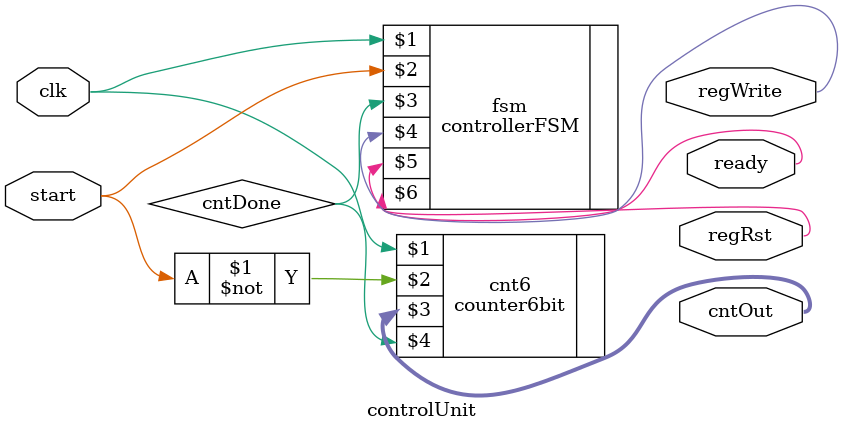
<source format=v>
`include "controllerFSM.v"
`include "counter6bit.v"
module controlUnit(input clk, start, output[5:0] cntOut, output ready, regWrite, regRst);
	wire cntDone;
	counter6bit cnt6(clk, ~start, cntOut, cntDone);
	controllerFSM fsm(clk, start, cntDone, regWrite, ready, regRst);
endmodule

</source>
